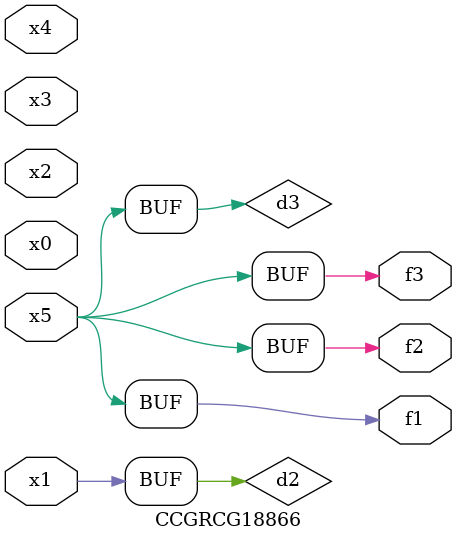
<source format=v>
module CCGRCG18866(
	input x0, x1, x2, x3, x4, x5,
	output f1, f2, f3
);

	wire d1, d2, d3;

	not (d1, x5);
	or (d2, x1);
	xnor (d3, d1);
	assign f1 = d3;
	assign f2 = d3;
	assign f3 = d3;
endmodule

</source>
